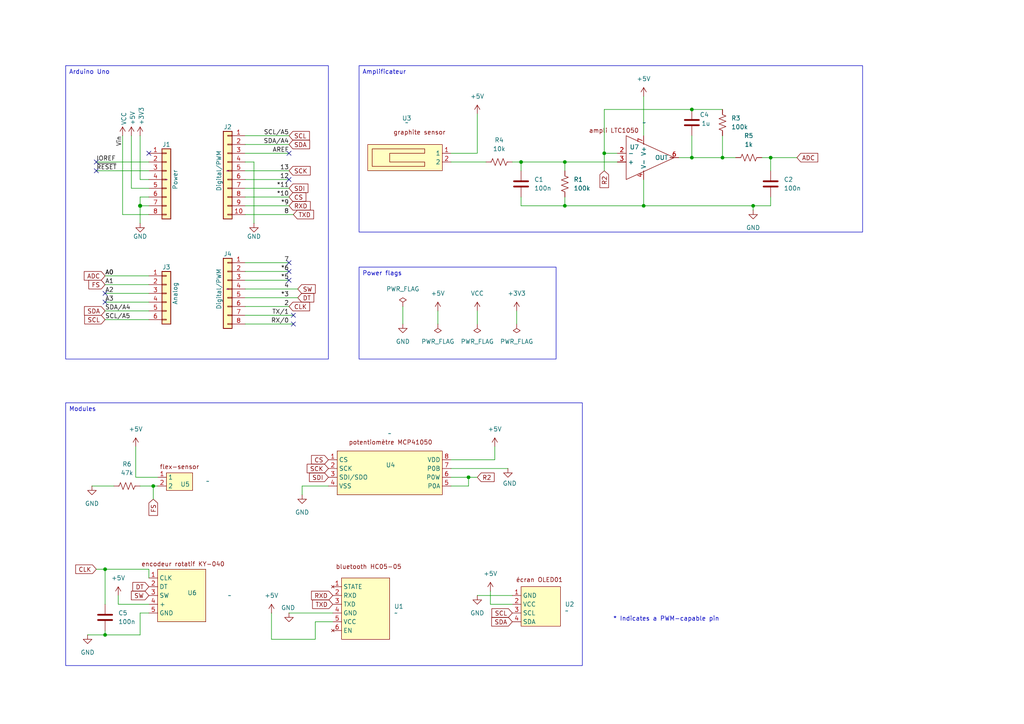
<source format=kicad_sch>
(kicad_sch (version 20250114) (generator "eeschema") (generator_version "9.0")
  (paper "A4")
  (title_block (date "mar. 31 mars 2015"))
  (lib_symbols
    (symbol "Connector_Generic:Conn_01x06" (pin_names (offset 1.016) (hide yes))
      (property "Reference" "J" (at 0 7.62 0))
      (property "Value" "Conn_01x06" (at 0 -10.16 0))
      (symbol "Conn_01x06_1_1"
        (rectangle (start -1.27 6.35) (end 1.27 -8.89) (stroke (width 0.254)) (fill (type background)))
        (rectangle (start -1.27 5.207) (end 0 4.953) (stroke (width 0.1524)))
        (rectangle (start -1.27 2.667) (end 0 2.413) (stroke (width 0.1524)))
        (rectangle (start -1.27 0.127) (end 0 -0.127) (stroke (width 0.1524)))
        (rectangle (start -1.27 -2.413) (end 0 -2.667) (stroke (width 0.1524)))
        (rectangle (start -1.27 -4.953) (end 0 -5.207) (stroke (width 0.1524)))
        (rectangle (start -1.27 -7.493) (end 0 -7.747) (stroke (width 0.1524)))
        (pin passive line (at -5.08 5.08 0) (length 3.81) (name "Pin_1") (number "1"))
        (pin passive line (at -5.08 2.54 0) (length 3.81) (name "Pin_2") (number "2"))
        (pin passive line (at -5.08 0 0) (length 3.81) (name "Pin_3") (number "3"))
        (pin passive line (at -5.08 -2.54 0) (length 3.81) (name "Pin_4") (number "4"))
        (pin passive line (at -5.08 -5.08 0) (length 3.81) (name "Pin_5") (number "5"))
        (pin passive line (at -5.08 -7.62 0) (length 3.81) (name "Pin_6") (number "6"))
      )
    )
    (symbol "Connector_Generic:Conn_01x08" (pin_names (offset 1.016) (hide yes))
      (property "Reference" "J" (at 0 10.16 0))
      (property "Value" "Conn_01x08" (at 0 -12.7 0))
      (symbol "Conn_01x08_1_1"
        (rectangle (start -1.27 8.89) (end 1.27 -11.43) (stroke (width 0.254)) (fill (type background)))
        (rectangle (start -1.27 7.747) (end 0 7.493) (stroke (width 0.1524)))
        (rectangle (start -1.27 5.207) (end 0 4.953) (stroke (width 0.1524)))
        (rectangle (start -1.27 2.667) (end 0 2.413) (stroke (width 0.1524)))
        (rectangle (start -1.27 0.127) (end 0 -0.127) (stroke (width 0.1524)))
        (rectangle (start -1.27 -2.413) (end 0 -2.667) (stroke (width 0.1524)))
        (rectangle (start -1.27 -4.953) (end 0 -5.207) (stroke (width 0.1524)))
        (rectangle (start -1.27 -7.493) (end 0 -7.747) (stroke (width 0.1524)))
        (rectangle (start -1.27 -10.033) (end 0 -10.287) (stroke (width 0.1524)))
        (pin passive line (at -5.08 7.62 0) (length 3.81) (name "Pin_1") (number "1"))
        (pin passive line (at -5.08 5.08 0) (length 3.81) (name "Pin_2") (number "2"))
        (pin passive line (at -5.08 2.54 0) (length 3.81) (name "Pin_3") (number "3"))
        (pin passive line (at -5.08 0 0) (length 3.81) (name "Pin_4") (number "4"))
        (pin passive line (at -5.08 -2.54 0) (length 3.81) (name "Pin_5") (number "5"))
        (pin passive line (at -5.08 -5.08 0) (length 3.81) (name "Pin_6") (number "6"))
        (pin passive line (at -5.08 -7.62 0) (length 3.81) (name "Pin_7") (number "7"))
        (pin passive line (at -5.08 -10.16 0) (length 3.81) (name "Pin_8") (number "8"))
      )
    )
    (symbol "Connector_Generic:Conn_01x10" (pin_names (offset 1.016) (hide yes))
      (property "Reference" "J" (at 0 12.7 0))
      (property "Value" "Conn_01x10" (at 0 -15.24 0))
      (symbol "Conn_01x10_1_1"
        (rectangle (start -1.27 11.43) (end 1.27 -13.97) (stroke (width 0.254)) (fill (type background)))
        (rectangle (start -1.27 10.287) (end 0 10.033) (stroke (width 0.1524)))
        (rectangle (start -1.27 7.747) (end 0 7.493) (stroke (width 0.1524)))
        (rectangle (start -1.27 5.207) (end 0 4.953) (stroke (width 0.1524)))
        (rectangle (start -1.27 2.667) (end 0 2.413) (stroke (width 0.1524)))
        (rectangle (start -1.27 0.127) (end 0 -0.127) (stroke (width 0.1524)))
        (rectangle (start -1.27 -2.413) (end 0 -2.667) (stroke (width 0.1524)))
        (rectangle (start -1.27 -4.953) (end 0 -5.207) (stroke (width 0.1524)))
        (rectangle (start -1.27 -7.493) (end 0 -7.747) (stroke (width 0.1524)))
        (rectangle (start -1.27 -10.033) (end 0 -10.287) (stroke (width 0.1524)))
        (rectangle (start -1.27 -12.573) (end 0 -12.827) (stroke (width 0.1524)))
        (pin passive line (at -5.08 10.16 0) (length 3.81) (name "Pin_1") (number "1"))
        (pin passive line (at -5.08 7.62 0) (length 3.81) (name "Pin_2") (number "2"))
        (pin passive line (at -5.08 5.08 0) (length 3.81) (name "Pin_3") (number "3"))
        (pin passive line (at -5.08 2.54 0) (length 3.81) (name "Pin_4") (number "4"))
        (pin passive line (at -5.08 0 0) (length 3.81) (name "Pin_5") (number "5"))
        (pin passive line (at -5.08 -2.54 0) (length 3.81) (name "Pin_6") (number "6"))
        (pin passive line (at -5.08 -5.08 0) (length 3.81) (name "Pin_7") (number "7"))
        (pin passive line (at -5.08 -7.62 0) (length 3.81) (name "Pin_8") (number "8"))
        (pin passive line (at -5.08 -10.16 0) (length 3.81) (name "Pin_9") (number "9"))
        (pin passive line (at -5.08 -12.7 0) (length 3.81) (name "Pin_10") (number "10"))
      )
    )
    (symbol "Device:C" (pin_numbers (hide yes)) (pin_names (offset 0.254))
      (property "Reference" "C" (at 0.635 2.54 0))
      (property "Value" "C" (at 0.635 -2.54 0))
      (symbol "C_0_1"
        (polyline (pts (xy -2.032 0.762) (xy 2.032 0.762)) (stroke (width 0.508)))
        (polyline (pts (xy -2.032 -0.762) (xy 2.032 -0.762)) (stroke (width 0.508)))
      )
      (symbol "C_1_1"
        (pin passive line (at 0 3.81 270) (length 2.794) (name "~") (number "1"))
        (pin passive line (at 0 -3.81 90) (length 2.794) (name "~") (number "2"))
      )
    )
    (symbol "librairie-symboles:HC05-05"
      (property "Reference" "U" (at 0 0 0))
      (symbol "HC05-05_1_1"
        (rectangle (start -2.54 0) (end 11.43 -17.78) (fill (type background)))
        (text "bluetooth HC05-05\n" (at 5.334 3.302 0) (effects (font (size 1.27 1.27))))
        (pin no_connect line (at -5.08 -2.54 0) (length 2.54) (name "STATE") (number "1"))
        (pin input line (at -5.08 -5.08 0) (length 2.54) (name "RXD") (number "2"))
        (pin output line (at -5.08 -7.62 0) (length 2.54) (name "TXD") (number "3"))
        (pin power_in line (at -5.08 -10.16 0) (length 2.54) (name "GND") (number "4"))
        (pin power_in line (at -5.08 -12.7 0) (length 2.54) (name "VCC") (number "5"))
        (pin no_connect line (at -5.08 -15.24 0) (length 2.54) (name "EN") (number "6"))
      )
    )
    (symbol "librairie-symboles:KY-040"
      (property "Reference" "U" (at 0 0 0))
      (symbol "KY-040_1_1"
        (rectangle (start -3.81 1.27) (end 10.16 -13.97) (fill (type background)))
        (text "encodeur rotatif KY-040" (at 3.556 2.794 0) (effects (font (size 1.27 1.27))))
        (pin input line (at -6.35 -1.27 0) (length 2.54) (name "CLK") (number "1"))
        (pin input line (at -6.35 -3.81 0) (length 2.54) (name "DT") (number "2"))
        (pin unspecified line (at -6.35 -6.35 0) (length 2.54) (name "SW") (number "3"))
        (pin power_in line (at -6.35 -8.89 0) (length 2.54) (name "+") (number "4"))
        (pin power_in line (at -6.35 -11.43 0) (length 2.54) (name "GND") (number "5"))
      )
    )
    (symbol "librairie-symboles:LTC1050"
      (property "Reference" "U" (at 0 0 0))
      (symbol "LTC1050_0_1"
        (polyline (pts (xy 0 3.81) (xy 0 -8.89) (xy 13.97 -2.54) (xy 0 3.81)))
        (polyline (pts (xy 6.35 -2.54) (xy 6.35 -2.54)))
      )
      (symbol "LTC1050_1_1"
        (text "ampli LTC1050" (at -3.556 5.334 0) (effects (font (size 1.27 1.27))))
        (pin bidirectional line (at -2.54 -1.27 0) (length 2.54) (name "-") (number "2"))
        (pin bidirectional line (at -2.54 -3.81 0) (length 2.54) (name "+") (number "3"))
        (pin power_in line (at 5.08 3.81 270) (length 2.54) (name "V+") (number "7"))
        (pin power_in line (at 5.08 -8.89 90) (length 2.54) (name "V-") (number "4"))
        (pin bidirectional line (at 15.24 -2.54 180) (length 2.54) (name "OUT") (number "6"))
      )
    )
    (symbol "librairie-symboles:MCP41050"
      (property "Reference" "U" (at 0 0 0))
      (symbol "MCP41050_1_1"
        (rectangle (start -15.24 1.27) (end 15.24 -11.43) (fill (type background)))
        (text "potentiomètre MCP41050" (at 0.254 3.81 0) (effects (font (size 1.27 1.27))))
        (pin unspecified line (at -17.78 -1.27 0) (length 2.54) (name "CS") (number "1"))
        (pin unspecified line (at -17.78 -3.81 0) (length 2.54) (name "SCK") (number "2"))
        (pin unspecified line (at -17.78 -6.35 0) (length 2.54) (name "SDI/SDO") (number "3"))
        (pin power_in line (at -17.78 -8.89 0) (length 2.54) (name "VSS") (number "4"))
        (pin unspecified line (at 17.78 -1.27 180) (length 2.54) (name "VDD") (number "8"))
        (pin unspecified line (at 17.78 -3.81 180) (length 2.54) (name "P0B") (number "7"))
        (pin unspecified line (at 17.78 -6.35 180) (length 2.54) (name "P0W") (number "6"))
        (pin unspecified line (at 17.78 -8.89 180) (length 2.54) (name "P0A") (number "5"))
      )
    )
    (symbol "librairie-symboles:OLED01"
      (property "Reference" "U" (at 0 0 0))
      (symbol "OLED01_1_1"
        (rectangle (start -1.27 0) (end 10.16 -11.43) (fill (type background)))
        (text "écran OLED01" (at 4.064 2.032 0) (effects (font (size 1.27 1.27))))
        (pin power_in line (at -3.81 -2.54 0) (length 2.54) (name "GND") (number "1"))
        (pin power_in line (at -3.81 -5.08 0) (length 2.54) (name "VCC") (number "2"))
        (pin bidirectional line (at -3.81 -7.62 0) (length 2.54) (name "SCL") (number "3"))
        (pin bidirectional line (at -3.81 -10.16 0) (length 2.54) (name "SDA") (number "4"))
      )
    )
    (symbol "librairie-symboles:R_US" (pin_numbers (hide yes)) (pin_names (offset 0))
      (property "Reference" "R" (at 2.54 0 90))
      (property "Value" "R_US" (at -2.54 0 90))
      (symbol "R_US_0_1"
        (polyline (pts (xy 0 2.286) (xy 0 2.54)))
        (polyline (pts (xy 0 2.286) (xy 1.016 1.905) (xy 0 1.524) (xy -1.016 1.143) (xy 0 0.762)))
        (polyline (pts (xy 0 0.762) (xy 1.016 0.381) (xy 0 0) (xy -1.016 -0.381) (xy 0 -0.762)))
        (polyline (pts (xy 0 -0.762) (xy 1.016 -1.143) (xy 0 -1.524) (xy -1.016 -1.905) (xy 0 -2.286)))
        (polyline (pts (xy 0 -2.286) (xy 0 -2.54)))
      )
      (symbol "R_US_1_1"
        (pin passive line (at 0 3.81 270) (length 1.27) (name "~") (number "1"))
        (pin passive line (at 0 -3.81 90) (length 1.27) (name "~") (number "2"))
      )
    )
    (symbol "librairie-symboles:flex-sensor"
      (property "Reference" "U" (at 2.032 2.286 0))
      (symbol "flex-sensor_1_1"
        (rectangle (start -1.27 -1.27) (end 6.35 -6.35) (fill (type background)))
        (text "flex-sensor" (at 2.54 0.508 0) (effects (font (size 1.27 1.27))))
        (pin bidirectional line (at -3.81 -2.54 0) (length 2.54) (name "1") (number "1"))
        (pin bidirectional line (at -3.81 -5.08 0) (length 2.54) (name "2") (number "2"))
      )
    )
    (symbol "librairie-symboles:graphite-sensor"
      (property "Reference" "U" (at 0 0 0))
      (symbol "graphite-sensor_1_1"
        (rectangle (start -15.24 -2.54) (end 6.35 -10.16) (fill (type background)))
        (polyline (pts (xy 1.27 -3.81) (xy 1.27 -5.08) (xy -7.62 -5.08) (xy -8.89 -5.08) (xy -8.89 -7.62) (xy 1.27 -7.62) (xy 1.27 -8.89) (xy -13.97 -8.89) (xy -13.97 -3.81) (xy 1.27 -3.81) (xy 1.27 -5.08)))
        (text "graphite sensor" (at -0.254 1.016 0) (effects (font (size 1.27 1.27))))
        (pin bidirectional line (at 8.89 -5.08 180) (length 2.54) (name "1") (number "1"))
        (pin bidirectional line (at 8.89 -7.62 180) (length 2.54) (name "2") (number "2"))
      )
    )
    (symbol "power:+3V3" (power) (pin_numbers (hide yes)) (pin_names (offset 0) (hide yes))
      (property "Value" "+3V3" (at 0 3.556 0))
      (symbol "+3V3_0_1"
        (polyline (pts (xy -0.762 1.27) (xy 0 2.54)))
        (polyline (pts (xy 0 2.54) (xy 0.762 1.27)))
        (polyline (pts (xy 0 0) (xy 0 2.54)))
      )
      (symbol "+3V3_1_1"
        (pin power_in line (at 0 0 90) (length 0) (name "~") (number "1"))
      )
    )
    (symbol "power:+5V" (power) (pin_numbers (hide yes)) (pin_names (offset 0) (hide yes))
      (property "Value" "+5V" (at 0 3.556 0))
      (symbol "+5V_0_1"
        (polyline (pts (xy -0.762 1.27) (xy 0 2.54)))
        (polyline (pts (xy 0 2.54) (xy 0.762 1.27)))
        (polyline (pts (xy 0 0) (xy 0 2.54)))
      )
      (symbol "+5V_1_1"
        (pin power_in line (at 0 0 90) (length 0) (name "~") (number "1"))
      )
    )
    (symbol "power:GND" (power) (pin_numbers (hide yes)) (pin_names (offset 0) (hide yes))
      (property "Value" "GND" (at 0 -3.81 0))
      (symbol "GND_0_1"
        (polyline (pts (xy 0 0) (xy 0 -1.27) (xy 1.27 -1.27) (xy 0 -2.54) (xy -1.27 -1.27) (xy 0 -1.27)))
      )
      (symbol "GND_1_1"
        (pin power_in line (at 0 0 270) (length 0) (name "~") (number "1"))
      )
    )
    (symbol "power:PWR_FLAG" (power) (pin_numbers (hide yes)) (pin_names (offset 0) (hide yes))
      (property "Value" "PWR_FLAG" (at 0 3.81 0))
      (symbol "PWR_FLAG_0_0"
        (pin power_out line (at 0 0 90) (length 0) (name "~") (number "1"))
      )
      (symbol "PWR_FLAG_0_1"
        (polyline (pts (xy 0 0) (xy 0 1.27) (xy -1.016 1.905) (xy 0 2.54) (xy 1.016 1.905) (xy 0 1.27)))
      )
    )
    (symbol "power:VCC" (power) (pin_numbers (hide yes)) (pin_names (offset 0) (hide yes))
      (property "Value" "VCC" (at 0 3.556 0))
      (symbol "VCC_0_1"
        (polyline (pts (xy -0.762 1.27) (xy 0 2.54)))
        (polyline (pts (xy 0 2.54) (xy 0.762 1.27)))
        (polyline (pts (xy 0 0) (xy 0 2.54)))
      )
      (symbol "VCC_1_1"
        (pin power_in line (at 0 0 90) (length 0) (name "~") (number "1"))
      )
    )
  )
  (text "* Indicates a PWM-capable pin" (at 177.8 180.34 0) (effects (font (size 1.27 1.27)) (justify left bottom)))
  (text_box "Power flags" (at 104.14 77.47 0) (size 57.15 26.67) (margins 0.9525 0.9525 0.9525 0.9525) (effects (font (size 1.27 1.27)) (justify left top)))
  (text_box "Amplificateur" (at 104.14 19.05 0) (size 146.05 48.26) (margins 0.9525 0.9525 0.9525 0.9525) (effects (font (size 1.27 1.27)) (justify left top)))
  (text_box "Arduino Uno" (at 19.05 19.05 0) (size 76.2 85.09) (margins 0.9525 0.9525 0.9525 0.9525) (effects (font (size 1.27 1.27)) (justify left top)))
  (text_box "Modules" (at 19.05 116.84 0) (size 149.86 76.2) (margins 0.9525 0.9525 0.9525 0.9525) (effects (font (size 1.27 1.27)) (justify left top)))
  (junction (at 218.44 59.69))
  (junction (at 30.48 165.1))
  (junction (at 186.69 59.69))
  (junction (at 200.66 31.75))
  (junction (at 40.64 59.69) (diameter 1.016))
  (junction (at 163.83 46.99))
  (junction (at 135.89 138.43))
  (junction (at 209.55 45.72))
  (junction (at 30.48 184.15))
  (junction (at 175.26 44.45))
  (junction (at 44.45 140.97))
  (junction (at 200.66 45.72))
  (junction (at 163.83 59.69))
  (junction (at 223.52 45.72))
  (junction (at 151.13 46.99))
  (no_connect (at 30.48 85.09))
  (no_connect (at 85.09 91.44))
  (no_connect (at 83.82 44.45))
  (no_connect (at 85.09 93.98))
  (no_connect (at 83.82 78.74))
  (no_connect (at 83.82 81.28))
  (no_connect (at 83.82 76.2))
  (no_connect (at 30.48 87.63))
  (no_connect (at 43.18 44.45))
  (no_connect (at 27.94 46.99))
  (no_connect (at 83.82 52.07))
  (no_connect (at 27.94 49.53))
  (wire (pts (xy 71.12 93.98) (xy 85.09 93.98)))
  (wire (pts (xy 209.55 45.72) (xy 213.36 45.72)))
  (wire (pts (xy 30.48 182.88) (xy 30.48 184.15)))
  (wire (pts (xy 223.52 57.15) (xy 223.52 59.69)))
  (wire (pts (xy 218.44 60.96) (xy 218.44 59.69)))
  (wire (pts (xy 71.12 57.15) (xy 83.82 57.15)))
  (wire (pts (xy 43.18 175.26) (xy 34.29 175.26)))
  (wire (pts (xy 209.55 39.37) (xy 209.55 45.72)))
  (wire (pts (xy 71.12 39.37) (xy 83.82 39.37)))
  (wire (pts (xy 151.13 59.69) (xy 163.83 59.69)))
  (wire (pts (xy 34.29 175.26) (xy 34.29 172.72)))
  (wire (pts (xy 25.4 184.15) (xy 30.48 184.15)))
  (wire (pts (xy 135.89 138.43) (xy 135.89 140.97)))
  (wire (pts (xy 163.83 46.99) (xy 163.83 49.53)))
  (wire (pts (xy 40.64 177.8) (xy 43.18 177.8)))
  (wire (pts (xy 40.64 57.15) (xy 40.64 59.69)))
  (wire (pts (xy 163.83 59.69) (xy 186.69 59.69)))
  (wire (pts (xy 44.45 140.97) (xy 45.72 140.97)))
  (wire (pts (xy 30.48 92.71) (xy 43.18 92.71)))
  (wire (pts (xy 138.43 90.17) (xy 138.43 93.98)))
  (wire (pts (xy 40.64 59.69) (xy 40.64 64.77)))
  (wire (pts (xy 186.69 27.94) (xy 186.69 39.37)))
  (wire (pts (xy 30.48 184.15) (xy 40.64 184.15)))
  (wire (pts (xy 40.64 52.07) (xy 43.18 52.07)))
  (wire (pts (xy 38.1 54.61) (xy 43.18 54.61)))
  (wire (pts (xy 200.66 39.37) (xy 200.66 45.72)))
  (wire (pts (xy 38.1 39.37) (xy 38.1 54.61)))
  (wire (pts (xy 71.12 49.53) (xy 83.82 49.53)))
  (wire (pts (xy 40.64 39.37) (xy 40.64 52.07)))
  (wire (pts (xy 71.12 76.2) (xy 83.82 76.2)))
  (wire (pts (xy 148.59 46.99) (xy 151.13 46.99)))
  (wire (pts (xy 186.69 52.07) (xy 186.69 59.69)))
  (wire (pts (xy 43.18 80.01) (xy 30.48 80.01)))
  (wire (pts (xy 71.12 52.07) (xy 83.82 52.07)))
  (wire (pts (xy 196.85 45.72) (xy 200.66 45.72)))
  (wire (pts (xy 71.12 78.74) (xy 83.82 78.74)))
  (wire (pts (xy 78.74 177.8) (xy 78.74 185.42)))
  (wire (pts (xy 116.84 88.9) (xy 116.84 93.98)))
  (wire (pts (xy 147.32 135.89) (xy 130.81 135.89)))
  (wire (pts (xy 135.89 138.43) (xy 130.81 138.43)))
  (wire (pts (xy 130.81 46.99) (xy 140.97 46.99)))
  (wire (pts (xy 39.37 138.43) (xy 45.72 138.43)))
  (wire (pts (xy 71.12 59.69) (xy 83.82 59.69)))
  (wire (pts (xy 30.48 165.1) (xy 43.18 165.1)))
  (wire (pts (xy 40.64 140.97) (xy 44.45 140.97)))
  (wire (pts (xy 138.43 44.45) (xy 138.43 33.02)))
  (wire (pts (xy 71.12 83.82) (xy 86.36 83.82)))
  (wire (pts (xy 27.94 165.1) (xy 30.48 165.1)))
  (wire (pts (xy 27.94 46.99) (xy 43.18 46.99)))
  (wire (pts (xy 179.07 44.45) (xy 175.26 44.45)))
  (wire (pts (xy 87.63 140.97) (xy 95.25 140.97)))
  (wire (pts (xy 200.66 45.72) (xy 209.55 45.72)))
  (wire (pts (xy 186.69 59.69) (xy 218.44 59.69)))
  (wire (pts (xy 91.44 180.34) (xy 91.44 185.42)))
  (wire (pts (xy 73.66 46.99) (xy 73.66 64.77)))
  (wire (pts (xy 71.12 44.45) (xy 83.82 44.45)))
  (wire (pts (xy 138.43 172.72) (xy 148.59 172.72)))
  (wire (pts (xy 83.82 177.8) (xy 96.52 177.8)))
  (wire (pts (xy 43.18 85.09) (xy 30.48 85.09)))
  (wire (pts (xy 27.94 49.53) (xy 43.18 49.53)))
  (wire (pts (xy 130.81 140.97) (xy 135.89 140.97)))
  (wire (pts (xy 223.52 45.72) (xy 220.98 45.72)))
  (wire (pts (xy 130.81 44.45) (xy 138.43 44.45)))
  (wire (pts (xy 43.18 59.69) (xy 40.64 59.69)))
  (wire (pts (xy 223.52 45.72) (xy 231.14 45.72)))
  (wire (pts (xy 163.83 57.15) (xy 163.83 59.69)))
  (wire (pts (xy 148.59 175.26) (xy 142.24 175.26)))
  (wire (pts (xy 143.51 133.35) (xy 143.51 129.54)))
  (wire (pts (xy 43.18 62.23) (xy 35.56 62.23)))
  (wire (pts (xy 175.26 31.75) (xy 175.26 44.45)))
  (wire (pts (xy 30.48 82.55) (xy 43.18 82.55)))
  (wire (pts (xy 43.18 165.1) (xy 43.18 167.64)))
  (wire (pts (xy 130.81 133.35) (xy 143.51 133.35)))
  (wire (pts (xy 151.13 57.15) (xy 151.13 59.69)))
  (wire (pts (xy 87.63 143.51) (xy 87.63 140.97)))
  (wire (pts (xy 71.12 46.99) (xy 73.66 46.99)))
  (wire (pts (xy 43.18 57.15) (xy 40.64 57.15)))
  (wire (pts (xy 39.37 129.54) (xy 39.37 138.43)))
  (wire (pts (xy 175.26 44.45) (xy 175.26 49.53)))
  (wire (pts (xy 71.12 54.61) (xy 83.82 54.61)))
  (wire (pts (xy 209.55 31.75) (xy 200.66 31.75)))
  (wire (pts (xy 163.83 46.99) (xy 179.07 46.99)))
  (wire (pts (xy 149.86 90.17) (xy 149.86 93.98)))
  (wire (pts (xy 71.12 81.28) (xy 83.82 81.28)))
  (wire (pts (xy 30.48 87.63) (xy 43.18 87.63)))
  (wire (pts (xy 142.24 175.26) (xy 142.24 171.45)))
  (wire (pts (xy 151.13 49.53) (xy 151.13 46.99)))
  (wire (pts (xy 44.45 140.97) (xy 44.45 144.78)))
  (wire (pts (xy 26.67 140.97) (xy 33.02 140.97)))
  (wire (pts (xy 223.52 45.72) (xy 223.52 49.53)))
  (wire (pts (xy 135.89 138.43) (xy 138.43 138.43)))
  (wire (pts (xy 30.48 165.1) (xy 30.48 175.26)))
  (wire (pts (xy 200.66 31.75) (xy 175.26 31.75)))
  (wire (pts (xy 96.52 180.34) (xy 91.44 180.34)))
  (wire (pts (xy 151.13 46.99) (xy 163.83 46.99)))
  (wire (pts (xy 91.44 185.42) (xy 78.74 185.42)))
  (wire (pts (xy 71.12 41.91) (xy 83.82 41.91)))
  (wire (pts (xy 71.12 88.9) (xy 83.82 88.9)))
  (wire (pts (xy 218.44 59.69) (xy 223.52 59.69)))
  (wire (pts (xy 71.12 86.36) (xy 86.36 86.36)))
  (wire (pts (xy 127 90.17) (xy 127 93.98)))
  (wire (pts (xy 71.12 91.44) (xy 85.09 91.44)))
  (wire (pts (xy 35.56 62.23) (xy 35.56 39.37)))
  (wire (pts (xy 43.18 90.17) (xy 30.48 90.17)))
  (wire (pts (xy 71.12 62.23) (xy 85.09 62.23)))
  (wire (pts (xy 40.64 184.15) (xy 40.64 177.8)))
  (label "RX{slash}0" (at 83.82 93.98 180))
  (label "A2" (at 30.48 85.09 0))
  (label "4" (at 83.82 83.82 180))
  (label "2" (at 83.82 88.9 180))
  (label "A3" (at 30.48 87.63 0))
  (label "13" (at 83.82 49.53 180))
  (label "12" (at 83.82 52.07 180))
  (label "~{RESET}" (at 27.94 49.53 0))
  (label "A0" (at 30.48 80.01 0))
  (label "*10" (at 83.82 57.15 180))
  (label "7" (at 83.82 76.2 180))
  (label "SDA{slash}A4" (at 83.82 41.91 180))
  (label "8" (at 83.82 62.23 180))
  (label "*11" (at 83.82 54.61 180))
  (label "*3" (at 83.82 86.36 180))
  (label "A1" (at 30.48 82.55 0))
  (label "TX{slash}1" (at 83.82 91.44 180))
  (label "A0" (at 30.48 80.01 0))
  (label "AREF" (at 83.82 44.45 180))
  (label "Vin" (at 35.56 39.37 270))
  (label "*6" (at 83.82 78.74 180))
  (label "SCL{slash}A5" (at 83.82 39.37 180))
  (label "*9" (at 83.82 59.69 180))
  (label "*5" (at 83.82 81.28 180))
  (label "IOREF" (at 27.94 46.99 0))
  (label "SDA{slash}A4" (at 30.48 90.17 0))
  (label "SCL{slash}A5" (at 30.48 92.71 0))
  (global_label "TXD" (shape input) (at 96.52 175.26 180) (property "Intersheetrefs" "${INTERSHEET_REFS}" (effects (hide yes))))
  (global_label "ADC" (shape input) (at 30.48 80.01 180) (property "Intersheetrefs" "${INTERSHEET_REFS}" (effects (hide yes))))
  (global_label "RXD" (shape input) (at 96.52 172.72 180) (property "Intersheetrefs" "${INTERSHEET_REFS}" (effects (hide yes))))
  (global_label "RXD" (shape input) (at 83.82 59.69 0) (property "Intersheetrefs" "${INTERSHEET_REFS}" (effects (hide yes))))
  (global_label "SDI" (shape input) (at 83.82 54.61 0) (property "Intersheetrefs" "${INTERSHEET_REFS}" (effects (hide yes))))
  (global_label "SCK" (shape input) (at 95.25 135.89 180) (property "Intersheetrefs" "${INTERSHEET_REFS}" (effects (hide yes))))
  (global_label "SCL" (shape input) (at 30.48 92.71 180) (property "Intersheetrefs" "${INTERSHEET_REFS}" (effects (hide yes))))
  (global_label "TXD" (shape input) (at 85.09 62.23 0) (property "Intersheetrefs" "${INTERSHEET_REFS}" (effects (hide yes))))
  (global_label "FS" (shape input) (at 30.48 82.55 180) (property "Intersheetrefs" "${INTERSHEET_REFS}" (effects (hide yes))))
  (global_label "SW" (shape input) (at 43.18 172.72 180) (property "Intersheetrefs" "${INTERSHEET_REFS}" (effects (hide yes))))
  (global_label "SDA" (shape input) (at 83.82 41.91 0) (property "Intersheetrefs" "${INTERSHEET_REFS}" (effects (hide yes))))
  (global_label "SCL" (shape input) (at 148.59 177.8 180) (property "Intersheetrefs" "${INTERSHEET_REFS}" (effects (hide yes))))
  (global_label "SCK" (shape input) (at 83.82 49.53 0) (property "Intersheetrefs" "${INTERSHEET_REFS}" (effects (hide yes))))
  (global_label "CLK" (shape input) (at 83.82 88.9 0) (property "Intersheetrefs" "${INTERSHEET_REFS}" (effects (hide yes))))
  (global_label "SDI" (shape input) (at 95.25 138.43 180) (property "Intersheetrefs" "${INTERSHEET_REFS}" (effects (hide yes))))
  (global_label "SDA" (shape input) (at 30.48 90.17 180) (property "Intersheetrefs" "${INTERSHEET_REFS}" (effects (hide yes))))
  (global_label "ADC" (shape input) (at 231.14 45.72 0) (property "Intersheetrefs" "${INTERSHEET_REFS}" (effects (hide yes))))
  (global_label "FS" (shape input) (at 44.45 144.78 270) (property "Intersheetrefs" "${INTERSHEET_REFS}" (effects (hide yes))))
  (global_label "SCL" (shape input) (at 83.82 39.37 0) (property "Intersheetrefs" "${INTERSHEET_REFS}" (effects (hide yes))))
  (global_label "R2" (shape input) (at 175.26 49.53 270) (property "Intersheetrefs" "${INTERSHEET_REFS}" (effects (hide yes))))
  (global_label "SDA" (shape input) (at 148.59 180.34 180) (property "Intersheetrefs" "${INTERSHEET_REFS}" (effects (hide yes))))
  (global_label "SW" (shape input) (at 86.36 83.82 0) (property "Intersheetrefs" "${INTERSHEET_REFS}" (effects (hide yes))))
  (global_label "CLK" (shape input) (at 27.94 165.1 180) (property "Intersheetrefs" "${INTERSHEET_REFS}" (effects (hide yes))))
  (global_label "CS" (shape input) (at 95.25 133.35 180) (property "Intersheetrefs" "${INTERSHEET_REFS}" (effects (hide yes))))
  (global_label "DT" (shape input) (at 86.36 86.36 0) (property "Intersheetrefs" "${INTERSHEET_REFS}" (effects (hide yes))))
  (global_label "R2" (shape input) (at 138.43 138.43 0) (property "Intersheetrefs" "${INTERSHEET_REFS}" (effects (hide yes))))
  (global_label "DT" (shape input) (at 43.18 170.18 180) (property "Intersheetrefs" "${INTERSHEET_REFS}" (effects (hide yes))))
  (global_label "CS" (shape input) (at 83.82 57.15 0) (property "Intersheetrefs" "${INTERSHEET_REFS}" (effects (hide yes))))
  (symbol (lib_id "Connector_Generic:Conn_01x08") (at 48.26 52.07 0) (unit 1)
    (property "Reference" "J1" (at 48.26 41.91 0))
    (property "Value" "Power" (at 50.8 52.07 90))
    (property "Footprint" "Connector_PinSocket_2.54mm:PinSocket_1x08_P2.54mm_Vertical" (effects (hide yes)))
    (property "Datasheet" "~" (at 48.26 52.07 0))
    (property "Description" "Generic connector, single row, 01x08, script generated (kicad-library-utils/schlib/autogen/connector/)" (effects (hide yes)))
  )
  (symbol (lib_id "power:+3V3") (at 40.64 39.37 0) (unit 1)
    (property "Reference" "#PWR03" (effects (hide yes)))
    (property "Value" "+3V3" (at 41.021 36.322 90) (effects (justify left)))
    (property "Description" "Power symbol creates a global label with name \"+3V3\"" (effects (hide yes)))
  )
  (symbol (lib_id "power:+5V") (at 38.1 39.37 0) (unit 1)
    (property "Reference" "#PWR02" (effects (hide yes)))
    (property "Value" "+5V" (at 38.4556 36.322 90) (effects (justify left)))
    (property "Description" "Power symbol creates a global label with name \"+5V\"" (effects (hide yes)))
  )
  (symbol (lib_id "power:GND") (at 40.64 64.77 0) (unit 1)
    (property "Reference" "#PWR04" (effects (hide yes)))
    (property "Value" "GND" (at 40.64 68.58 0))
    (property "Description" "Power symbol creates a global label with name \"GND\" , ground" (effects (hide yes)))
  )
  (symbol (lib_id "Connector_Generic:Conn_01x10") (at 66.04 49.53 0) (mirror y) (unit 1)
    (property "Reference" "J2" (at 66.04 36.83 0))
    (property "Value" "Digital/PWM" (at 63.5 49.53 90))
    (property "Footprint" "Connector_PinSocket_2.54mm:PinSocket_1x10_P2.54mm_Vertical" (effects (hide yes)))
    (property "Datasheet" "~" (at 66.04 49.53 0))
    (property "Description" "Generic connector, single row, 01x10, script generated (kicad-library-utils/schlib/autogen/connector/)" (effects (hide yes)))
  )
  (symbol (lib_id "power:GND") (at 73.66 64.77 0) (unit 1)
    (property "Reference" "#PWR05" (effects (hide yes)))
    (property "Value" "GND" (at 73.66 68.58 0))
    (property "Description" "Power symbol creates a global label with name \"GND\" , ground" (effects (hide yes)))
  )
  (symbol (lib_id "Connector_Generic:Conn_01x06") (at 48.26 85.09 0) (unit 1)
    (property "Reference" "J3" (at 48.26 77.47 0))
    (property "Value" "Analog" (at 50.8 85.09 90))
    (property "Footprint" "Connector_PinSocket_2.54mm:PinSocket_1x06_P2.54mm_Vertical" (effects (hide yes)))
    (property "Description" "Generic connector, single row, 01x06, script generated (kicad-library-utils/schlib/autogen/connector/)" (effects (hide yes)))
  )
  (symbol (lib_id "Connector_Generic:Conn_01x08") (at 66.04 83.82 0) (mirror y) (unit 1)
    (property "Reference" "J4" (at 66.04 73.66 0))
    (property "Value" "Digital/PWM" (at 63.5 83.82 90))
    (property "Footprint" "Connector_PinSocket_2.54mm:PinSocket_1x08_P2.54mm_Vertical" (effects (hide yes)))
    (property "Datasheet" "~" (at 66.04 83.82 0))
    (property "Description" "Generic connector, single row, 01x08, script generated (kicad-library-utils/schlib/autogen/connector/)" (effects (hide yes)))
  )
  (symbol (lib_id "power:GND") (at 138.43 172.72 0) (unit 1)
    (property "Reference" "#PWR015" (effects (hide yes)))
    (property "Value" "GND" (at 138.43 177.8 0))
    (property "Description" "Power symbol creates a global label with name \"GND\" , ground" (effects (hide yes)))
  )
  (symbol (lib_id "power:+5V") (at 34.29 172.72 0) (unit 1)
    (property "Reference" "#PWR012" (effects (hide yes)))
    (property "Value" "+5V" (at 34.29 167.64 0))
    (property "Description" "Power symbol creates a global label with name \"+5V\"" (effects (hide yes)))
  )
  (symbol (lib_id "librairie-symboles:R_US") (at 163.83 53.34 0) (unit 1)
    (property "Reference" "R1" (at 166.37 52.0699 0) (effects (justify left)))
    (property "Value" "100k" (at 166.37 54.6099 0) (effects (justify left)))
    (property "Footprint" "Resistor_THT:R_Axial_DIN0207_L6.3mm_D2.5mm_P5.08mm_Vertical" (effects (hide yes)))
    (property "Description" "Resistor, US symbol" (effects (hide yes)))
  )
  (symbol (lib_id "librairie-symboles:MCP41050") (at 113.03 132.08 0) (unit 1)
    (property "Reference" "U4" (at 113.284 134.874 0))
    (property "Value" "~" (at 113.03 125.73 0))
    (property "Footprint" "librairie-empreintes:MCP41050" (effects (hide yes)))
  )
  (symbol (lib_id "power:+5V") (at 138.43 33.02 0) (unit 1)
    (property "Reference" "#PWR08" (effects (hide yes)))
    (property "Value" "+5V" (at 138.43 27.94 0))
    (property "Description" "Power symbol creates a global label with name \"+5V\"" (effects (hide yes)))
  )
  (symbol (lib_id "power:VCC") (at 138.43 90.17 0) (unit 1)
    (property "Reference" "#PWR022" (effects (hide yes)))
    (property "Value" "VCC" (at 138.43 85.09 0))
    (property "Description" "Power symbol creates a global label with name \"VCC\"" (effects (hide yes)))
  )
  (symbol (lib_id "librairie-symboles:OLED01") (at 152.4 170.18 0) (unit 1)
    (property "Reference" "U2" (at 163.83 175.2599 0) (effects (justify left)))
    (property "Value" "~" (at 163.83 177.165 0) (effects (justify left)))
    (property "Footprint" "librairie-empreintes:OLED01" (effects (hide yes)))
    (property "Datasheet" "https://joy-it.net/files/files/Produkte/SBC-OLED01/SBC-OLED01_Manual_2024-03-22.pdf" (effects (hide yes)))
  )
  (symbol (lib_id "power:GND") (at 147.32 135.89 0) (unit 1)
    (property "Reference" "#PWR019" (effects (hide yes)))
    (property "Value" "GND" (at 147.828 140.208 0))
    (property "Description" "Power symbol creates a global label with name \"GND\" , ground" (effects (hide yes)))
  )
  (symbol (lib_id "librairie-symboles:KY-040") (at 49.53 166.37 0) (unit 1)
    (property "Reference" "U6" (at 54.356 171.958 0) (effects (justify left)))
    (property "Value" "~" (at 66.04 172.7172 0) (effects (justify left)))
    (property "Footprint" "librairie-empreintes:KY-040" (effects (hide yes)))
    (property "Datasheet" "https://www.handsontec.com/dataspecs/module/Rotary%20Encoder.pdf" (effects (hide yes)))
  )
  (symbol (lib_id "power:GND") (at 87.63 143.51 0) (unit 1)
    (property "Reference" "#PWR017" (effects (hide yes)))
    (property "Value" "GND" (at 87.63 148.59 0))
    (property "Description" "Power symbol creates a global label with name \"GND\" , ground" (effects (hide yes)))
  )
  (symbol (lib_id "librairie-symboles:R_US") (at 209.55 35.56 0) (unit 1)
    (property "Reference" "R3" (at 212.09 34.2899 0) (effects (justify left)))
    (property "Value" "100k" (at 212.09 36.8299 0) (effects (justify left)))
    (property "Footprint" "Resistor_THT:R_Axial_DIN0207_L6.3mm_D2.5mm_P5.08mm_Vertical" (effects (hide yes)))
    (property "Description" "Resistor, US symbol" (effects (hide yes)))
  )
  (symbol (lib_id "librairie-symboles:R_US") (at 144.78 46.99 90) (unit 1)
    (property "Reference" "R4" (at 144.78 40.64 90))
    (property "Value" "10k" (at 144.78 43.18 90))
    (property "Footprint" "Resistor_THT:R_Axial_DIN0207_L6.3mm_D2.5mm_P5.08mm_Vertical" (effects (hide yes)))
    (property "Description" "Resistor, US symbol" (effects (hide yes)))
  )
  (symbol (lib_id "Device:C") (at 223.52 53.34 0) (unit 1)
    (property "Reference" "C2" (at 227.33 52.0699 0) (effects (justify left)))
    (property "Value" "100n" (at 227.33 54.6099 0) (effects (justify left)))
    (property "Footprint" "Capacitor_THT:C_Disc_D4.7mm_W2.5mm_P5.00mm" (effects (hide yes)))
    (property "Description" "Unpolarized capacitor" (effects (hide yes)))
  )
  (symbol (lib_id "power:+5V") (at 142.24 171.45 0) (unit 1)
    (property "Reference" "#PWR016" (effects (hide yes)))
    (property "Value" "+5V" (at 142.24 166.37 0))
    (property "Description" "Power symbol creates a global label with name \"+5V\"" (effects (hide yes)))
  )
  (symbol (lib_id "power:+5V") (at 127 90.17 0) (unit 1)
    (property "Reference" "#PWR021" (effects (hide yes)))
    (property "Value" "+5V" (at 127 85.09 0))
    (property "Description" "Power symbol creates a global label with name \"+5V\"" (effects (hide yes)))
  )
  (symbol (lib_id "power:VCC") (at 35.56 39.37 0) (unit 1)
    (property "Reference" "#PWR01" (effects (hide yes)))
    (property "Value" "VCC" (at 35.941 36.322 90) (effects (justify left)))
    (property "Description" "Power symbol creates a global label with name \"VCC\"" (effects (hide yes)))
  )
  (symbol (lib_id "power:+5V") (at 186.69 27.94 0) (unit 1)
    (property "Reference" "#PWR06" (effects (hide yes)))
    (property "Value" "+5V" (at 186.69 22.86 0))
    (property "Description" "Power symbol creates a global label with name \"+5V\"" (effects (hide yes)))
  )
  (symbol (lib_id "power:PWR_FLAG") (at 138.43 93.98 180) (unit 1)
    (property "Reference" "#FLG03" (effects (hide yes)))
    (property "Value" "PWR_FLAG" (at 138.43 99.06 0))
    (property "Description" "Special symbol for telling ERC where power comes from" (effects (hide yes)))
  )
  (symbol (lib_id "librairie-symboles:LTC1050") (at 181.61 43.18 0) (unit 1)
    (property "Reference" "U7" (at 182.626 42.672 0) (effects (justify left)))
    (property "Value" "~" (at 186.2933 35.56 0) (effects (justify left)))
    (property "Footprint" "librairie-empreintes:LTC1050" (effects (hide yes)))
  )
  (symbol (lib_id "librairie-symboles:flex-sensor") (at 49.53 135.89 0) (unit 1)
    (property "Reference" "U5" (at 52.324 140.462 0) (effects (justify left)))
    (property "Value" "~" (at 59.69 139.5702 0) (effects (justify left)))
    (property "Footprint" "librairie-empreintes:flex-sensor" (effects (hide yes)))
  )
  (symbol (lib_id "power:PWR_FLAG") (at 149.86 93.98 180) (unit 1)
    (property "Reference" "#FLG04" (effects (hide yes)))
    (property "Value" "PWR_FLAG" (at 149.86 99.06 0))
    (property "Description" "Special symbol for telling ERC where power comes from" (effects (hide yes)))
  )
  (symbol (lib_id "Device:C") (at 200.66 35.56 0) (unit 1)
    (property "Reference" "C4" (at 202.946 33.274 0) (effects (justify left)))
    (property "Value" "1u" (at 203.454 35.814 0) (effects (justify left)))
    (property "Footprint" "Capacitor_THT:C_Rect_L7.0mm_W4.5mm_P5.00mm" (effects (hide yes)))
    (property "Description" "Unpolarized capacitor" (effects (hide yes)))
  )
  (symbol (lib_id "power:PWR_FLAG") (at 127 93.98 180) (unit 1)
    (property "Reference" "#FLG01" (effects (hide yes)))
    (property "Value" "PWR_FLAG" (at 127 99.06 0))
    (property "Description" "Special symbol for telling ERC where power comes from" (effects (hide yes)))
  )
  (symbol (lib_id "power:+3V3") (at 149.86 90.17 0) (unit 1)
    (property "Reference" "#PWR023" (effects (hide yes)))
    (property "Value" "+3V3" (at 149.86 85.09 0))
    (property "Description" "Power symbol creates a global label with name \"+3V3\"" (effects (hide yes)))
  )
  (symbol (lib_id "librairie-symboles:HC05-05") (at 101.6 167.64 0) (unit 1)
    (property "Reference" "U1" (at 114.3 175.8949 0) (effects (justify left)))
    (property "Value" "~" (at 114.3 177.8 0) (effects (justify left)))
    (property "Footprint" "librairie-empreintes:HC05-05" (effects (hide yes)))
    (property "Datasheet" "https://components101.com/sites/default/files/component_datasheet/HC-05%20Datasheet.pdf" (effects (hide yes)))
  )
  (symbol (lib_id "power:GND") (at 25.4 184.15 0) (unit 1)
    (property "Reference" "#PWR011" (effects (hide yes)))
    (property "Value" "GND" (at 25.4 189.23 0))
    (property "Description" "Power symbol creates a global label with name \"GND\" , ground" (effects (hide yes)))
  )
  (symbol (lib_id "librairie-symboles:R_US") (at 36.83 140.97 90) (unit 1)
    (property "Reference" "R6" (at 36.83 134.62 90))
    (property "Value" "47k" (at 36.83 137.16 90))
    (property "Footprint" "Resistor_THT:R_Axial_DIN0207_L6.3mm_D2.5mm_P5.08mm_Vertical" (effects (hide yes)))
    (property "Description" "Resistor, US symbol" (effects (hide yes)))
  )
  (symbol (lib_id "librairie-symboles:R_US") (at 217.17 45.72 90) (unit 1)
    (property "Reference" "R5" (at 217.17 39.37 90))
    (property "Value" "1k" (at 217.17 41.91 90))
    (property "Footprint" "Resistor_THT:R_Axial_DIN0207_L6.3mm_D2.5mm_P5.08mm_Vertical" (effects (hide yes)))
    (property "Description" "Resistor, US symbol" (effects (hide yes)))
  )
  (symbol (lib_id "power:+5V") (at 143.51 129.54 0) (unit 1)
    (property "Reference" "#PWR018" (effects (hide yes)))
    (property "Value" "+5V" (at 143.51 124.46 0))
    (property "Description" "Power symbol creates a global label with name \"+5V\"" (effects (hide yes)))
  )
  (symbol (lib_id "Device:C") (at 151.13 53.34 0) (unit 1)
    (property "Reference" "C1" (at 154.94 52.0699 0) (effects (justify left)))
    (property "Value" "100n" (at 154.94 54.6099 0) (effects (justify left)))
    (property "Footprint" "Capacitor_THT:C_Disc_D4.7mm_W2.5mm_P5.00mm" (effects (hide yes)))
    (property "Description" "Unpolarized capacitor" (effects (hide yes)))
  )
  (symbol (lib_id "power:+5V") (at 78.74 177.8 0) (unit 1)
    (property "Reference" "#PWR013" (effects (hide yes)))
    (property "Value" "+5V" (at 78.74 172.72 0))
    (property "Description" "Power symbol creates a global label with name \"+5V\"" (effects (hide yes)))
  )
  (symbol (lib_id "power:GND") (at 218.44 60.96 0) (unit 1)
    (property "Reference" "#PWR07" (effects (hide yes)))
    (property "Value" "GND" (at 218.44 66.04 0))
    (property "Description" "Power symbol creates a global label with name \"GND\" , ground" (effects (hide yes)))
  )
  (symbol (lib_id "librairie-symboles:graphite-sensor") (at 121.92 39.37 0) (unit 1)
    (property "Reference" "U3" (at 117.9781 34.29 0))
    (property "Value" "~" (at 117.9781 35.56 0))
    (property "Footprint" "librairie-empreintes:graphite-sensor" (effects (hide yes)))
  )
  (symbol (lib_id "power:GND") (at 26.67 140.97 0) (unit 1)
    (property "Reference" "#PWR010" (effects (hide yes)))
    (property "Value" "GND" (at 26.67 146.05 0))
    (property "Description" "Power symbol creates a global label with name \"GND\" , ground" (effects (hide yes)))
  )
  (symbol (lib_id "power:+5V") (at 39.37 129.54 0) (unit 1)
    (property "Reference" "#PWR09" (effects (hide yes)))
    (property "Value" "+5V" (at 39.37 124.46 0))
    (property "Description" "Power symbol creates a global label with name \"+5V\"" (effects (hide yes)))
  )
  (symbol (lib_id "Device:C") (at 30.48 179.07 0) (unit 1)
    (property "Reference" "C5" (at 34.29 177.7999 0) (effects (justify left)))
    (property "Value" "100n" (at 34.29 180.3399 0) (effects (justify left)))
    (property "Footprint" "Capacitor_THT:C_Disc_D4.7mm_W2.5mm_P5.00mm" (effects (hide yes)))
    (property "Description" "Unpolarized capacitor" (effects (hide yes)))
  )
  (symbol (lib_id "power:GND") (at 116.84 93.98 0) (unit 1)
    (property "Reference" "#PWR020" (effects (hide yes)))
    (property "Value" "GND" (at 116.84 99.06 0))
    (property "Description" "Power symbol creates a global label with name \"GND\" , ground" (effects (hide yes)))
  )
  (symbol (lib_id "power:PWR_FLAG") (at 116.84 88.9 0) (unit 1)
    (property "Reference" "#FLG02" (effects (hide yes)))
    (property "Value" "PWR_FLAG" (at 116.84 83.82 0))
    (property "Description" "Special symbol for telling ERC where power comes from" (effects (hide yes)))
  )
  (symbol (lib_id "power:GND") (at 83.82 177.8 0) (unit 1)
    (property "Reference" "#PWR014" (effects (hide yes)))
    (property "Value" "GND" (at 83.566 176.276 0))
    (property "Description" "Power symbol creates a global label with name \"GND\" , ground" (effects (hide yes)))
  )
)
</source>
